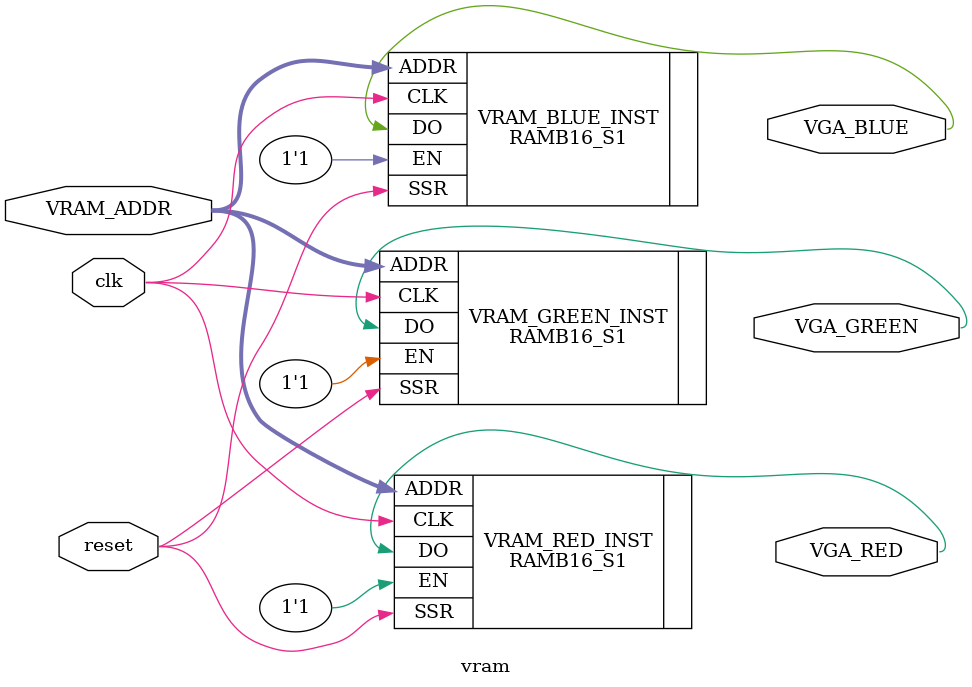
<source format=v>
module vram(
      reset,
      clk,
      VRAM_ADDR,
      VGA_RED,
      VGA_GREEN,
      VGA_BLUE
      );

input reset;
input clk;
input [13:0] VRAM_ADDR;

output VGA_RED;
output VGA_GREEN;
output VGA_BLUE;


RAMB16_S1 #(
      .INIT(1'b0),  // Value of output RAM registers at startup
      .SRVAL(1'b0), // Output value upon SSR assertion
      .WRITE_MODE("WRITE_FIRST"), // WRITE_FIRST, READ_FIRST or NO_CHANGE

      // The forllowing INIT_xx declarations specify the initial contents of the RAM
      // Address 0 to 4095
      .INIT_00(256'hFFFF_FFFF_FFFF_FFFF_FFFF_FFFF_FFFF_FFFF_FFFF_FFFF_FFFF_FFFF_FFFF_FFFF_FFFF_FFFF),
      .INIT_01(256'hFFFF_FFFF_FFFF_FFFF_FFFF_FFFF_FFFF_FFFF_FFFF_FFFF_FFFF_FFFF_FFFF_FFFF_FFFF_FFFF),
      .INIT_02(256'hFFFF_FFFF_FFFF_FFFF_FFFF_FFFF_FFFF_FFFF_FFFF_FFFF_FFFF_FFFF_FFFF_FFFF_FFFF_FFFF),
      .INIT_03(256'hFFFF_FFFF_FFFF_FFFF_FFFF_FFFF_FFFF_FFFF_FFFF_FFFF_FFFF_FFFF_FFFF_FFFF_FFFF_FFFF),
      .INIT_04(256'hFFFF_FFFF_FFFF_FFFF_FFFF_FFFF_FFFF_FFFF_FFFF_FFFF_FFFF_FFFF_FFFF_FFFF_FFFF_FFFF),
      .INIT_05(256'hFFFF_FFFF_FFFF_FFFF_FFFF_FFFF_FFFF_FFFF_FFFF_FFFF_FFFF_FFFF_FFFF_FFFF_FFFF_FFFF),
      .INIT_06(256'hFFFF_FFFF_FFFF_FFFF_FFFF_FFFF_FFFF_FFFF_FFFF_FFFF_FFFF_FFFF_FFFF_FFFF_FFFF_FFFF),
      .INIT_07(256'hFFFF_FFFF_FFFF_FFFF_FFFF_FFFF_FFFF_FFFF_FFFF_FFFF_FFFF_FFFF_FFFF_FFFF_FFFF_FFFF),
      .INIT_08(256'hFFFF_FFFF_FFFF_FFFF_FFFF_FFFF_FFFF_FFFF_FFFF_FFFF_FFFF_FFFF_FFFF_FFFF_FFFF_FFFF),
      .INIT_09(256'hFFFF_FFFF_FFFF_FFFF_FFFF_FFFF_FFFF_FFFF_FFFF_FFFF_FFFF_FFFF_FFFF_FFFF_FFFF_FFFF),
      .INIT_0A(256'hFFFF_FFFF_FFFF_FFFF_FFFF_FFFF_FFFF_FFFF_FFFF_FFFF_FFFF_FFFF_FFFF_FFFF_FFFF_FFFF),
      .INIT_0B(256'hFFFF_FFFF_FFFF_FFFF_FFFF_FFFF_FFFF_FFFF_FFFF_FFFF_FFFF_FFFF_FFFF_FFFF_FFFF_FFFF),
      .INIT_0C(256'hFFFF_FFFF_FFFF_FFFF_FFFF_FFFF_FFFF_FFFF_0000_0000_0000_0000_0000_0000_0000_0000),
      .INIT_0D(256'hFFFF_FFFF_FFFF_FFFF_FFFF_FFFF_FFFF_FFFF_0000_0000_0000_0000_0000_0000_0000_0000),
      .INIT_0E(256'hFFFF_FFFF_FFFF_FFFF_FFFF_FFFF_FFFF_FFFF_0000_0000_0000_0000_0000_0000_0000_0000),
      .INIT_0F(256'hFFFF_FFFF_FFFF_FFFF_FFFF_FFFF_FFFF_FFFF_0000_0000_0000_0000_0000_0000_0000_0000),
      // Address 4096 to 8191
      .INIT_10(256'hFFFF_FFFF_FFFF_FFFF_FFFF_FFFF_FFFF_FFFF_0000_0000_0000_0000_0000_0000_0000_0000),
      .INIT_11(256'hFFFF_FFFF_FFFF_FFFF_FFFF_FFFF_FFFF_FFFF_0000_0000_0000_0000_0000_0000_0000_0000),
      .INIT_12(256'hFFFF_FFFF_FFFF_FFFF_FFFF_FFFF_FFFF_FFFF_0000_0000_0000_0000_0000_0000_0000_0000),
      .INIT_13(256'hFFFF_FFFF_FFFF_FFFF_FFFF_FFFF_FFFF_FFFF_0000_0000_0000_0000_0000_0000_0000_0000),
      .INIT_14(256'hFFFF_FFFF_FFFF_FFFF_FFFF_FFFF_FFFF_FFFF_0000_0000_0000_0000_0000_0000_0000_0000),
      .INIT_15(256'hFFFF_FFFF_FFFF_FFFF_FFFF_FFFF_FFFF_FFFF_0000_0000_0000_0000_0000_0000_0000_0000),
      .INIT_16(256'hFFFF_FFFF_FFFF_FFFF_FFFF_FFFF_FFFF_FFFF_0000_0000_0000_0000_0000_0000_0000_0000),
      .INIT_17(256'hFFFF_FFFF_FFFF_FFFF_FFFF_FFFF_FFFF_FFFF_0000_0000_0000_0000_0000_0000_0000_0000),
      .INIT_18(256'hFFFF_FFFF_FFFF_FFFF_FFFF_FFFF_FFFF_FFFF_0000_0000_0000_0000_0000_0000_0000_0000),
      .INIT_19(256'hFFFF_FFFF_FFFF_FFFF_FFFF_FFFF_FFFF_FFFF_0000_0000_0000_0000_0000_0000_0000_0000),
      .INIT_1A(256'hFFFF_FFFF_FFFF_FFFF_FFFF_FFFF_FFFF_FFFF_0000_0000_0000_0000_0000_0000_0000_0000),
      .INIT_1B(256'hFFFF_FFFF_FFFF_FFFF_FFFF_FFFF_FFFF_FFFF_0000_0000_0000_0000_0000_0000_0000_0000),
      .INIT_1C(256'hFFFF_FFFF_FFFF_FFFF_FFFF_FFFF_FFFF_FFFF_0000_0000_0000_0000_0000_0000_0000_0000),
      .INIT_1D(256'hFFFF_FFFF_FFFF_FFFF_FFFF_FFFF_FFFF_FFFF_0000_0000_0000_0000_0000_0000_0000_0000),
      .INIT_1E(256'hFFFF_FFFF_FFFF_FFFF_FFFF_FFFF_FFFF_FFFF_0000_0000_0000_0000_0000_0000_0000_0000),
      .INIT_1F(256'hFFFF_FFFF_FFFF_FFFF_FFFF_FFFF_FFFF_FFFF_0000_0000_0000_0000_0000_0000_0000_0000),
      // Address 8192 to 12287
      .INIT_20(256'hFFFF_FFFF_FFFF_FFFF_FFFF_FFFF_FFFF_FFFF_0000_0000_0000_0000_0000_0000_0000_0000),
      .INIT_21(256'hFFFF_FFFF_FFFF_FFFF_FFFF_FFFF_FFFF_FFFF_0000_0000_0000_0000_0000_0000_0000_0000),
      .INIT_22(256'hFFFF_FFFF_FFFF_FFFF_FFFF_FFFF_FFFF_FFFF_0000_0000_0000_0000_0000_0000_0000_0000),
      .INIT_23(256'hFFFF_FFFF_FFFF_FFFF_FFFF_FFFF_FFFF_FFFF_0000_0000_0000_0000_0000_0000_0000_0000),
      .INIT_24(256'h0000_0000_FFFF_FFFF_0000_0000_FFFF_FFFF_0000_0000_FFFF_FFFF_0000_0000_FFFF_FFFF),
      .INIT_25(256'h0000_0000_FFFF_0000_0000_0000_FFFF_0000_0000_0000_FFFF_0000_0000_0000_FFFF_0000),
      .INIT_26(256'h0000_0000_FFFF_FFFF_0000_0000_FFFF_FFFF_0000_0000_FFFF_FFFF_0000_0000_FFFF_FFFF),
      .INIT_27(256'h0000_0000_FFFF_0000_0000_0000_FFFF_0000_0000_0000_FFFF_0000_0000_0000_FFFF_0000),
      .INIT_28(256'h0000_0000_FFFF_FFFF_0000_0000_FFFF_FFFF_0000_0000_FFFF_FFFF_0000_0000_FFFF_FFFF),
      .INIT_29(256'h0000_0000_FFFF_0000_0000_0000_FFFF_0000_0000_0000_FFFF_0000_0000_0000_FFFF_0000),
      .INIT_2A(256'h0000_0000_FFFF_FFFF_0000_0000_FFFF_FFFF_0000_0000_FFFF_FFFF_0000_0000_FFFF_FFFF),
      .INIT_2B(256'h0000_0000_FFFF_0000_0000_0000_FFFF_0000_0000_0000_FFFF_0000_0000_0000_FFFF_0000),
      .INIT_2C(256'h0000_0000_FFFF_FFFF_0000_0000_FFFF_FFFF_0000_0000_FFFF_FFFF_0000_0000_FFFF_FFFF),
      .INIT_2D(256'h0000_0000_FFFF_0000_0000_0000_FFFF_0000_0000_0000_FFFF_0000_0000_0000_FFFF_0000),
      .INIT_2E(256'h0000_0000_FFFF_FFFF_0000_0000_FFFF_FFFF_0000_0000_FFFF_FFFF_0000_0000_FFFF_FFFF),
      .INIT_2F(256'h0000_0000_FFFF_0000_0000_0000_FFFF_0000_0000_0000_FFFF_0000_0000_0000_FFFF_0000)

   ) VRAM_RED_INST (
      .DO ( VGA_RED ),      // 1-bit Data Output
      .ADDR ( VRAM_ADDR ),  // 14-bit Address Input
      .CLK ( clk ),    // Clock
      .EN ( 1'b1 ) ,      // RAM Enable Input
      .SSR ( reset )    // Synchronous Reset Input
   );


RAMB16_S1 #(
      .INIT(1'b0),  // Value of output RAM registers at startup
      .SRVAL(1'b0), // Output value upon SSR assertion
      .WRITE_MODE("WRITE_FIRST"), // WRITE_FIRST, READ_FIRST or NO_CHANGE

      // The forllowing INIT_xx declarations specify the initial contents of the RAM
      // Address 0 to 4095
      // Address 0 to 4095
      .INIT_00(256'hFFFF_FFFF_FFFF_FFFF_FFFF_FFFF_FFFF_FFFF_0000_0000_0000_0000_0000_0000_0000_0000),
      .INIT_01(256'hFFFF_FFFF_FFFF_FFFF_FFFF_FFFF_FFFF_FFFF_0000_0000_0000_0000_0000_0000_0000_0000),
      .INIT_02(256'hFFFF_FFFF_FFFF_FFFF_FFFF_FFFF_FFFF_FFFF_0000_0000_0000_0000_0000_0000_0000_0000),
      .INIT_03(256'hFFFF_FFFF_FFFF_FFFF_FFFF_FFFF_FFFF_FFFF_0000_0000_0000_0000_0000_0000_0000_0000),
      .INIT_04(256'hFFFF_FFFF_FFFF_FFFF_FFFF_FFFF_FFFF_FFFF_0000_0000_0000_0000_0000_0000_0000_0000),
      .INIT_05(256'hFFFF_FFFF_FFFF_FFFF_FFFF_FFFF_FFFF_FFFF_0000_0000_0000_0000_0000_0000_0000_0000),
      .INIT_06(256'hFFFF_FFFF_FFFF_FFFF_FFFF_FFFF_FFFF_FFFF_0000_0000_0000_0000_0000_0000_0000_0000),
      .INIT_07(256'hFFFF_FFFF_FFFF_FFFF_FFFF_FFFF_FFFF_FFFF_0000_0000_0000_0000_0000_0000_0000_0000),
      .INIT_08(256'hFFFF_FFFF_FFFF_FFFF_FFFF_FFFF_FFFF_FFFF_0000_0000_0000_0000_0000_0000_0000_0000),
      .INIT_09(256'hFFFF_FFFF_FFFF_FFFF_FFFF_FFFF_FFFF_FFFF_0000_0000_0000_0000_0000_0000_0000_0000),
      .INIT_0A(256'hFFFF_FFFF_FFFF_FFFF_FFFF_FFFF_FFFF_FFFF_0000_0000_0000_0000_0000_0000_0000_0000),
      .INIT_0B(256'hFFFF_FFFF_FFFF_FFFF_FFFF_FFFF_FFFF_FFFF_0000_0000_0000_0000_0000_0000_0000_0000),
      .INIT_0C(256'hFFFF_FFFF_FFFF_FFFF_FFFF_FFFF_FFFF_FFFF_FFFF_FFFF_FFFF_FFFF_FFFF_FFFF_FFFF_FFFF),
      .INIT_0D(256'hFFFF_FFFF_FFFF_FFFF_FFFF_FFFF_FFFF_FFFF_FFFF_FFFF_FFFF_FFFF_FFFF_FFFF_FFFF_FFFF),
      .INIT_0E(256'hFFFF_FFFF_FFFF_FFFF_FFFF_FFFF_FFFF_FFFF_FFFF_FFFF_FFFF_FFFF_FFFF_FFFF_FFFF_FFFF),
      .INIT_0F(256'hFFFF_FFFF_FFFF_FFFF_FFFF_FFFF_FFFF_FFFF_FFFF_FFFF_FFFF_FFFF_FFFF_FFFF_FFFF_FFFF),
      // Address 4096 to 8191
      .INIT_10(256'hFFFF_FFFF_FFFF_FFFF_FFFF_FFFF_FFFF_FFFF_FFFF_FFFF_FFFF_FFFF_FFFF_FFFF_FFFF_FFFF),
      .INIT_11(256'hFFFF_FFFF_FFFF_FFFF_FFFF_FFFF_FFFF_FFFF_FFFF_FFFF_FFFF_FFFF_FFFF_FFFF_FFFF_FFFF),
      .INIT_12(256'hFFFF_FFFF_FFFF_FFFF_FFFF_FFFF_FFFF_FFFF_FFFF_FFFF_FFFF_FFFF_FFFF_FFFF_FFFF_FFFF),
      .INIT_13(256'hFFFF_FFFF_FFFF_FFFF_FFFF_FFFF_FFFF_FFFF_FFFF_FFFF_FFFF_FFFF_FFFF_FFFF_FFFF_FFFF),
      .INIT_14(256'hFFFF_FFFF_FFFF_FFFF_FFFF_FFFF_FFFF_FFFF_FFFF_FFFF_FFFF_FFFF_FFFF_FFFF_FFFF_FFFF),
      .INIT_15(256'hFFFF_FFFF_FFFF_FFFF_FFFF_FFFF_FFFF_FFFF_FFFF_FFFF_FFFF_FFFF_FFFF_FFFF_FFFF_FFFF),
      .INIT_16(256'hFFFF_FFFF_FFFF_FFFF_FFFF_FFFF_FFFF_FFFF_FFFF_FFFF_FFFF_FFFF_FFFF_FFFF_FFFF_FFFF),
      .INIT_17(256'hFFFF_FFFF_FFFF_FFFF_FFFF_FFFF_FFFF_FFFF_FFFF_FFFF_FFFF_FFFF_FFFF_FFFF_FFFF_FFFF),
      .INIT_18(256'hFFFF_FFFF_FFFF_FFFF_FFFF_FFFF_FFFF_FFFF_0000_0000_0000_0000_0000_0000_0000_0000),
      .INIT_19(256'hFFFF_FFFF_FFFF_FFFF_FFFF_FFFF_FFFF_FFFF_0000_0000_0000_0000_0000_0000_0000_0000),
      .INIT_1A(256'hFFFF_FFFF_FFFF_FFFF_FFFF_FFFF_FFFF_FFFF_0000_0000_0000_0000_0000_0000_0000_0000),
      .INIT_1B(256'hFFFF_FFFF_FFFF_FFFF_FFFF_FFFF_FFFF_FFFF_0000_0000_0000_0000_0000_0000_0000_0000),
      .INIT_1C(256'hFFFF_FFFF_FFFF_FFFF_FFFF_FFFF_FFFF_FFFF_0000_0000_0000_0000_0000_0000_0000_0000),
      .INIT_1D(256'hFFFF_FFFF_FFFF_FFFF_FFFF_FFFF_FFFF_FFFF_0000_0000_0000_0000_0000_0000_0000_0000),
      .INIT_1E(256'hFFFF_FFFF_FFFF_FFFF_FFFF_FFFF_FFFF_FFFF_0000_0000_0000_0000_0000_0000_0000_0000),
      .INIT_1F(256'hFFFF_FFFF_FFFF_FFFF_FFFF_FFFF_FFFF_FFFF_0000_0000_0000_0000_0000_0000_0000_0000),
      // Address 8192 to 12287
      .INIT_20(256'hFFFF_FFFF_FFFF_FFFF_FFFF_FFFF_FFFF_FFFF_0000_0000_0000_0000_0000_0000_0000_0000),
      .INIT_21(256'hFFFF_FFFF_FFFF_FFFF_FFFF_FFFF_FFFF_FFFF_0000_0000_0000_0000_0000_0000_0000_0000),
      .INIT_22(256'hFFFF_FFFF_FFFF_FFFF_FFFF_FFFF_FFFF_FFFF_0000_0000_0000_0000_0000_0000_0000_0000),
      .INIT_23(256'hFFFF_FFFF_FFFF_FFFF_FFFF_FFFF_FFFF_FFFF_0000_0000_0000_0000_0000_0000_0000_0000),
      .INIT_24(256'h0000_FFFF_0000_FFFF_0000_FFFF_0000_FFFF_0000_FFFF_0000_FFFF_0000_FFFF_0000_FFFF),
      .INIT_25(256'h0000_FFFF_0000_0000_0000_FFFF_0000_0000_0000_FFFF_0000_0000_0000_FFFF_0000_0000),
      .INIT_26(256'h0000_FFFF_0000_FFFF_0000_FFFF_0000_FFFF_0000_FFFF_0000_FFFF_0000_FFFF_0000_FFFF),
      .INIT_27(256'h0000_FFFF_0000_0000_0000_FFFF_0000_0000_0000_FFFF_0000_0000_0000_FFFF_0000_0000),
      .INIT_28(256'h0000_FFFF_0000_FFFF_0000_FFFF_0000_FFFF_0000_FFFF_0000_FFFF_0000_FFFF_0000_FFFF),
      .INIT_29(256'h0000_FFFF_0000_0000_0000_FFFF_0000_0000_0000_FFFF_0000_0000_0000_FFFF_0000_0000),
      .INIT_2A(256'h0000_FFFF_0000_FFFF_0000_FFFF_0000_FFFF_0000_FFFF_0000_FFFF_0000_FFFF_0000_FFFF),
      .INIT_2B(256'h0000_FFFF_0000_0000_0000_FFFF_0000_0000_0000_FFFF_0000_0000_0000_FFFF_0000_0000),
      .INIT_2C(256'h0000_FFFF_0000_FFFF_0000_FFFF_0000_FFFF_0000_FFFF_0000_FFFF_0000_FFFF_0000_FFFF),
      .INIT_2D(256'h0000_FFFF_0000_0000_0000_FFFF_0000_0000_0000_FFFF_0000_0000_0000_FFFF_0000_0000),
      .INIT_2E(256'h0000_FFFF_0000_FFFF_0000_FFFF_0000_FFFF_0000_FFFF_0000_FFFF_0000_FFFF_0000_FFFF),
      .INIT_2F(256'h0000_FFFF_0000_0000_0000_FFFF_0000_0000_0000_FFFF_0000_0000_0000_FFFF_0000_0000)

   ) VRAM_GREEN_INST (
      .DO ( VGA_GREEN ),      // 1-bit Data Output
      .ADDR ( VRAM_ADDR ),  // 14-bit Address Input
      .CLK ( clk ),    // Clock
      .EN ( 1'b1 ) ,      // RAM Enable Input
      .SSR ( reset )    // Synchronous Reset Input
   );


RAMB16_S1 #(
      .INIT(1'b0),  // Value of output RAM registers at startup
      .SRVAL(1'b0), // Output value upon SSR assertion
      .WRITE_MODE("WRITE_FIRST"), // WRITE_FIRST, READ_FIRST or NO_CHANGE

      // The forllowing INIT_xx declarations specify the initial contents of the RAM
      // Address 0 to 4095
      .INIT_00(256'hFFFF_FFFF_FFFF_FFFF_FFFF_FFFF_FFFF_FFFF_0000_0000_0000_0000_0000_0000_0000_0000),
      .INIT_01(256'hFFFF_FFFF_FFFF_FFFF_FFFF_FFFF_FFFF_FFFF_0000_0000_0000_0000_0000_0000_0000_0000),
      .INIT_02(256'hFFFF_FFFF_FFFF_FFFF_FFFF_FFFF_FFFF_FFFF_0000_0000_0000_0000_0000_0000_0000_0000),
      .INIT_03(256'hFFFF_FFFF_FFFF_FFFF_FFFF_FFFF_FFFF_FFFF_0000_0000_0000_0000_0000_0000_0000_0000),
      .INIT_04(256'hFFFF_FFFF_FFFF_FFFF_FFFF_FFFF_FFFF_FFFF_0000_0000_0000_0000_0000_0000_0000_0000),
      .INIT_05(256'hFFFF_FFFF_FFFF_FFFF_FFFF_FFFF_FFFF_FFFF_0000_0000_0000_0000_0000_0000_0000_0000),
      .INIT_06(256'hFFFF_FFFF_FFFF_FFFF_FFFF_FFFF_FFFF_FFFF_0000_0000_0000_0000_0000_0000_0000_0000),
      .INIT_07(256'hFFFF_FFFF_FFFF_FFFF_FFFF_FFFF_FFFF_FFFF_0000_0000_0000_0000_0000_0000_0000_0000),
      .INIT_08(256'hFFFF_FFFF_FFFF_FFFF_FFFF_FFFF_FFFF_FFFF_0000_0000_0000_0000_0000_0000_0000_0000),
      .INIT_09(256'hFFFF_FFFF_FFFF_FFFF_FFFF_FFFF_FFFF_FFFF_0000_0000_0000_0000_0000_0000_0000_0000),
      .INIT_0A(256'hFFFF_FFFF_FFFF_FFFF_FFFF_FFFF_FFFF_FFFF_0000_0000_0000_0000_0000_0000_0000_0000),
      .INIT_0B(256'hFFFF_FFFF_FFFF_FFFF_FFFF_FFFF_FFFF_FFFF_0000_0000_0000_0000_0000_0000_0000_0000),
      .INIT_0C(256'hFFFF_FFFF_FFFF_FFFF_FFFF_FFFF_FFFF_FFFF_0000_0000_0000_0000_0000_0000_0000_0000),
      .INIT_0D(256'hFFFF_FFFF_FFFF_FFFF_FFFF_FFFF_FFFF_FFFF_0000_0000_0000_0000_0000_0000_0000_0000),
      .INIT_0E(256'hFFFF_FFFF_FFFF_FFFF_FFFF_FFFF_FFFF_FFFF_0000_0000_0000_0000_0000_0000_0000_0000),
      .INIT_0F(256'hFFFF_FFFF_FFFF_FFFF_FFFF_FFFF_FFFF_FFFF_0000_0000_0000_0000_0000_0000_0000_0000),
      // Address 4096 to 8191
      .INIT_10(256'hFFFF_FFFF_FFFF_FFFF_FFFF_FFFF_FFFF_FFFF_0000_0000_0000_0000_0000_0000_0000_0000),
      .INIT_11(256'hFFFF_FFFF_FFFF_FFFF_FFFF_FFFF_FFFF_FFFF_0000_0000_0000_0000_0000_0000_0000_0000),
      .INIT_12(256'hFFFF_FFFF_FFFF_FFFF_FFFF_FFFF_FFFF_FFFF_0000_0000_0000_0000_0000_0000_0000_0000),
      .INIT_13(256'hFFFF_FFFF_FFFF_FFFF_FFFF_FFFF_FFFF_FFFF_0000_0000_0000_0000_0000_0000_0000_0000),
      .INIT_14(256'hFFFF_FFFF_FFFF_FFFF_FFFF_FFFF_FFFF_FFFF_0000_0000_0000_0000_0000_0000_0000_0000),
      .INIT_15(256'hFFFF_FFFF_FFFF_FFFF_FFFF_FFFF_FFFF_FFFF_0000_0000_0000_0000_0000_0000_0000_0000),
      .INIT_16(256'hFFFF_FFFF_FFFF_FFFF_FFFF_FFFF_FFFF_FFFF_0000_0000_0000_0000_0000_0000_0000_0000),
      .INIT_17(256'hFFFF_FFFF_FFFF_FFFF_FFFF_FFFF_FFFF_FFFF_0000_0000_0000_0000_0000_0000_0000_0000),
      .INIT_18(256'hFFFF_FFFF_FFFF_FFFF_FFFF_FFFF_FFFF_FFFF_FFFF_FFFF_FFFF_FFFF_FFFF_FFFF_FFFF_FFFF),
      .INIT_19(256'hFFFF_FFFF_FFFF_FFFF_FFFF_FFFF_FFFF_FFFF_FFFF_FFFF_FFFF_FFFF_FFFF_FFFF_FFFF_FFFF),
      .INIT_1A(256'hFFFF_FFFF_FFFF_FFFF_FFFF_FFFF_FFFF_FFFF_FFFF_FFFF_FFFF_FFFF_FFFF_FFFF_FFFF_FFFF),
      .INIT_1B(256'hFFFF_FFFF_FFFF_FFFF_FFFF_FFFF_FFFF_FFFF_FFFF_FFFF_FFFF_FFFF_FFFF_FFFF_FFFF_FFFF),
      .INIT_1C(256'hFFFF_FFFF_FFFF_FFFF_FFFF_FFFF_FFFF_FFFF_FFFF_FFFF_FFFF_FFFF_FFFF_FFFF_FFFF_FFFF),
      .INIT_1D(256'hFFFF_FFFF_FFFF_FFFF_FFFF_FFFF_FFFF_FFFF_FFFF_FFFF_FFFF_FFFF_FFFF_FFFF_FFFF_FFFF),
      .INIT_1E(256'hFFFF_FFFF_FFFF_FFFF_FFFF_FFFF_FFFF_FFFF_FFFF_FFFF_FFFF_FFFF_FFFF_FFFF_FFFF_FFFF),
      .INIT_1F(256'hFFFF_FFFF_FFFF_FFFF_FFFF_FFFF_FFFF_FFFF_FFFF_FFFF_FFFF_FFFF_FFFF_FFFF_FFFF_FFFF),
      // Address 8192 to 12287
      .INIT_20(256'hFFFF_FFFF_FFFF_FFFF_FFFF_FFFF_FFFF_FFFF_FFFF_FFFF_FFFF_FFFF_FFFF_FFFF_FFFF_FFFF),
      .INIT_21(256'hFFFF_FFFF_FFFF_FFFF_FFFF_FFFF_FFFF_FFFF_FFFF_FFFF_FFFF_FFFF_FFFF_FFFF_FFFF_FFFF),
      .INIT_22(256'hFFFF_FFFF_FFFF_FFFF_FFFF_FFFF_FFFF_FFFF_FFFF_FFFF_FFFF_FFFF_FFFF_FFFF_FFFF_FFFF),
      .INIT_23(256'hFFFF_FFFF_FFFF_FFFF_FFFF_FFFF_FFFF_FFFF_FFFF_FFFF_FFFF_FFFF_FFFF_FFFF_FFFF_FFFF),
      .INIT_24(256'hFFFF_0000_0000_FFFF_FFFF_0000_0000_FFFF_FFFF_0000_0000_FFFF_FFFF_0000_0000_FFFF),
      .INIT_25(256'hFFFF_0000_0000_0000_FFFF_0000_0000_0000_FFFF_0000_0000_0000_FFFF_0000_0000_0000),
      .INIT_26(256'hFFFF_0000_0000_FFFF_FFFF_0000_0000_FFFF_FFFF_0000_0000_FFFF_FFFF_0000_0000_FFFF),
      .INIT_27(256'hFFFF_0000_0000_0000_FFFF_0000_0000_0000_FFFF_0000_0000_0000_FFFF_0000_0000_0000),
      .INIT_28(256'hFFFF_0000_0000_FFFF_FFFF_0000_0000_FFFF_FFFF_0000_0000_FFFF_FFFF_0000_0000_FFFF),
      .INIT_29(256'hFFFF_0000_0000_0000_FFFF_0000_0000_0000_FFFF_0000_0000_0000_FFFF_0000_0000_0000),
      .INIT_2A(256'hFFFF_0000_0000_FFFF_FFFF_0000_0000_FFFF_FFFF_0000_0000_FFFF_FFFF_0000_0000_FFFF),
      .INIT_2B(256'hFFFF_0000_0000_0000_FFFF_0000_0000_0000_FFFF_0000_0000_0000_FFFF_0000_0000_0000),
      .INIT_2C(256'hFFFF_0000_0000_FFFF_FFFF_0000_0000_FFFF_FFFF_0000_0000_FFFF_FFFF_0000_0000_FFFF),
      .INIT_2D(256'hFFFF_0000_0000_0000_FFFF_0000_0000_0000_FFFF_0000_0000_0000_FFFF_0000_0000_0000),
      .INIT_2E(256'hFFFF_0000_0000_FFFF_FFFF_0000_0000_FFFF_FFFF_0000_0000_FFFF_FFFF_0000_0000_FFFF),
      .INIT_2F(256'hFFFF_0000_0000_0000_FFFF_0000_0000_0000_FFFF_0000_0000_0000_FFFF_0000_0000_0000)

   ) VRAM_BLUE_INST (
      .DO ( VGA_BLUE ),      // 1-bit Data Output
      .ADDR ( VRAM_ADDR ),  // 14-bit Address Input
      .CLK ( clk ),    // Clock
      .EN ( 1'b1 ) ,      // RAM Enable Input
      .SSR ( reset )    // Synchronous Reset Input
   );

endmodule
</source>
